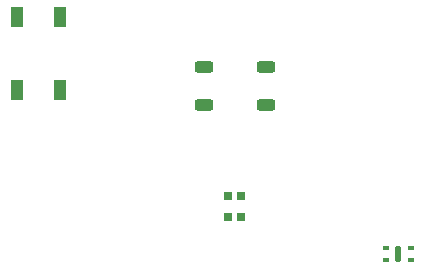
<source format=gbr>
%TF.GenerationSoftware,KiCad,Pcbnew,7.0.8*%
%TF.CreationDate,2023-10-28T23:27:17-04:00*%
%TF.ProjectId,AmazonBasicsSecureFrontend,416d617a-6f6e-4426-9173-696373536563,rev?*%
%TF.SameCoordinates,Original*%
%TF.FileFunction,Paste,Bot*%
%TF.FilePolarity,Positive*%
%FSLAX46Y46*%
G04 Gerber Fmt 4.6, Leading zero omitted, Abs format (unit mm)*
G04 Created by KiCad (PCBNEW 7.0.8) date 2023-10-28 23:27:17*
%MOMM*%
%LPD*%
G01*
G04 APERTURE LIST*
G04 Aperture macros list*
%AMRoundRect*
0 Rectangle with rounded corners*
0 $1 Rounding radius*
0 $2 $3 $4 $5 $6 $7 $8 $9 X,Y pos of 4 corners*
0 Add a 4 corners polygon primitive as box body*
4,1,4,$2,$3,$4,$5,$6,$7,$8,$9,$2,$3,0*
0 Add four circle primitives for the rounded corners*
1,1,$1+$1,$2,$3*
1,1,$1+$1,$4,$5*
1,1,$1+$1,$6,$7*
1,1,$1+$1,$8,$9*
0 Add four rect primitives between the rounded corners*
20,1,$1+$1,$2,$3,$4,$5,0*
20,1,$1+$1,$4,$5,$6,$7,0*
20,1,$1+$1,$6,$7,$8,$9,0*
20,1,$1+$1,$8,$9,$2,$3,0*%
G04 Aperture macros list end*
%ADD10RoundRect,0.250000X0.525000X0.250000X-0.525000X0.250000X-0.525000X-0.250000X0.525000X-0.250000X0*%
%ADD11R,0.700000X0.700000*%
%ADD12RoundRect,0.087500X-0.187500X-0.087500X0.187500X-0.087500X0.187500X0.087500X-0.187500X0.087500X0*%
%ADD13RoundRect,0.125000X-0.125000X-0.575000X0.125000X-0.575000X0.125000X0.575000X-0.125000X0.575000X0*%
%ADD14RoundRect,0.087500X0.187500X0.087500X-0.187500X0.087500X-0.187500X-0.087500X0.187500X-0.087500X0*%
%ADD15R,1.100000X1.800000*%
G04 APERTURE END LIST*
D10*
%TO.C,REF\u002A\u002A*%
X123910000Y-105080000D03*
X118660000Y-105080000D03*
X123910000Y-108280000D03*
X118660000Y-108280000D03*
%TD*%
D11*
%TO.C,U3*%
X121835000Y-117755000D03*
X120735000Y-117755000D03*
X120735000Y-115925000D03*
X121835000Y-115925000D03*
%TD*%
D12*
%TO.C,U2*%
X134103000Y-120404000D03*
X134103000Y-121404000D03*
D13*
X135128000Y-120904000D03*
D14*
X136153000Y-120404000D03*
X136153000Y-121404000D03*
%TD*%
D15*
%TO.C,SW1*%
X106498000Y-106986000D03*
X106498000Y-100786000D03*
X102798000Y-106986000D03*
X102798000Y-100786000D03*
%TD*%
M02*

</source>
